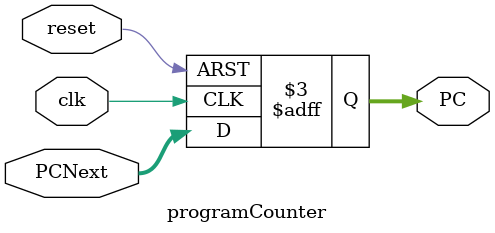
<source format=v>
module programCounter(PCNext, clk, reset, PC);
  input [31:0] PCNext;
  input clk, reset;
  output reg [31:0] PC;
  
  always @(posedge clk or negedge reset)
    begin 
      if(!reset)
        PC <= 32'd0;
      else
        PC <= PCNext;
    end
endmodule

</source>
